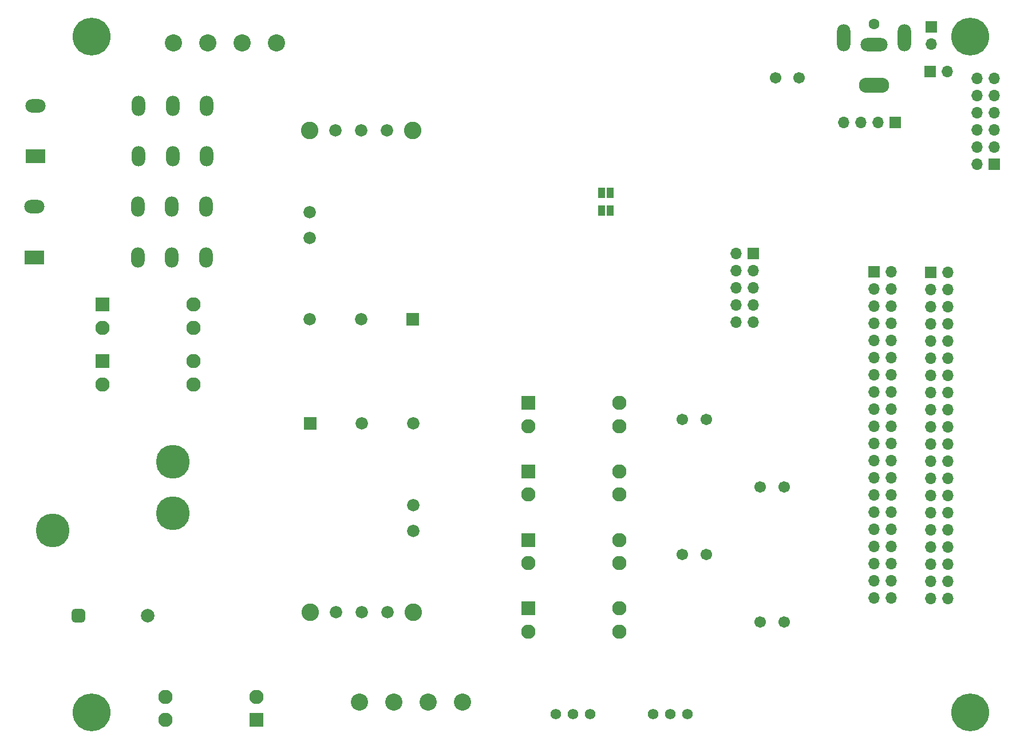
<source format=gbr>
%TF.GenerationSoftware,KiCad,Pcbnew,(6.0.10)*%
%TF.CreationDate,2023-02-22T22:59:34-05:00*%
%TF.ProjectId,System Management Board,53797374-656d-4204-9d61-6e6167656d65,rev?*%
%TF.SameCoordinates,Original*%
%TF.FileFunction,Soldermask,Bot*%
%TF.FilePolarity,Negative*%
%FSLAX46Y46*%
G04 Gerber Fmt 4.6, Leading zero omitted, Abs format (unit mm)*
G04 Created by KiCad (PCBNEW (6.0.10)) date 2023-02-22 22:59:34*
%MOMM*%
%LPD*%
G01*
G04 APERTURE LIST*
G04 Aperture macros list*
%AMRoundRect*
0 Rectangle with rounded corners*
0 $1 Rounding radius*
0 $2 $3 $4 $5 $6 $7 $8 $9 X,Y pos of 4 corners*
0 Add a 4 corners polygon primitive as box body*
4,1,4,$2,$3,$4,$5,$6,$7,$8,$9,$2,$3,0*
0 Add four circle primitives for the rounded corners*
1,1,$1+$1,$2,$3*
1,1,$1+$1,$4,$5*
1,1,$1+$1,$6,$7*
1,1,$1+$1,$8,$9*
0 Add four rect primitives between the rounded corners*
20,1,$1+$1,$2,$3,$4,$5,0*
20,1,$1+$1,$4,$5,$6,$7,0*
20,1,$1+$1,$6,$7,$8,$9,0*
20,1,$1+$1,$8,$9,$2,$3,0*%
G04 Aperture macros list end*
%ADD10C,1.701800*%
%ADD11R,2.108200X2.108200*%
%ADD12C,2.108200*%
%ADD13R,1.700000X1.700000*%
%ADD14O,1.700000X1.700000*%
%ADD15C,1.600000*%
%ADD16O,4.500000X2.250000*%
%ADD17O,4.000000X2.000000*%
%ADD18O,2.000000X4.000000*%
%ADD19C,5.000000*%
%ADD20RoundRect,0.500000X-0.500000X0.500000X-0.500000X-0.500000X0.500000X-0.500000X0.500000X0.500000X0*%
%ADD21C,2.000000*%
%ADD22O,2.000000X3.000000*%
%ADD23R,3.000000X2.000000*%
%ADD24O,3.000000X2.000000*%
%ADD25C,1.574800*%
%ADD26C,5.600000*%
%ADD27C,2.540000*%
%ADD28R,1.830000X1.830000*%
%ADD29C,1.830000*%
%ADD30C,2.590000*%
%ADD31R,1.000000X1.500000*%
G04 APERTURE END LIST*
D10*
%TO.C,J9*%
X185658698Y-117012299D03*
X189158701Y-117012299D03*
%TD*%
D11*
%TO.C,F9*%
X151395000Y-135000000D03*
D12*
X151395000Y-138403600D03*
X164857000Y-138403600D03*
X164857000Y-135000000D03*
%TD*%
D11*
%TO.C,F3*%
X88395000Y-98424999D03*
D12*
X88395000Y-101828599D03*
X101857000Y-101828599D03*
X101857000Y-98424999D03*
%TD*%
D13*
%TO.C,J11*%
X202468300Y-85196001D03*
D14*
X205008300Y-85196001D03*
X202468300Y-87736001D03*
X205008300Y-87736001D03*
X202468300Y-90276001D03*
X205008300Y-90276001D03*
X202468300Y-92816001D03*
X205008300Y-92816001D03*
X202468300Y-95356001D03*
X205008300Y-95356001D03*
X202468300Y-97896001D03*
X205008300Y-97896001D03*
X202468300Y-100436001D03*
X205008300Y-100436001D03*
X202468300Y-102976001D03*
X205008300Y-102976001D03*
X202468300Y-105516001D03*
X205008300Y-105516001D03*
X202468300Y-108056001D03*
X205008300Y-108056001D03*
X202468300Y-110596001D03*
X205008300Y-110596001D03*
X202468300Y-113136001D03*
X205008300Y-113136001D03*
X202468300Y-115676001D03*
X205008300Y-115676001D03*
X202468300Y-118216001D03*
X205008300Y-118216001D03*
X202468300Y-120756001D03*
X205008300Y-120756001D03*
X202468300Y-123296001D03*
X205008300Y-123296001D03*
X202468300Y-125836001D03*
X205008300Y-125836001D03*
X202468300Y-128376001D03*
X205008300Y-128376001D03*
X202468300Y-130916001D03*
X205008300Y-130916001D03*
X202468300Y-133456001D03*
X205008300Y-133456001D03*
%TD*%
D10*
%TO.C,J10*%
X187907998Y-56436000D03*
X191408001Y-56436000D03*
%TD*%
D11*
%TO.C,F8*%
X151395000Y-114730000D03*
D12*
X151395000Y-118133600D03*
X164857000Y-118133600D03*
X164857000Y-114730000D03*
%TD*%
D10*
%TO.C,J5*%
X174143498Y-107000799D03*
X177643501Y-107000799D03*
%TD*%
D13*
%TO.C,JP2*%
X210828900Y-55546800D03*
D14*
X213368900Y-55546800D03*
%TD*%
D15*
%TO.C,J4*%
X202496800Y-48542400D03*
D16*
X202496800Y-57542400D03*
D17*
X202496800Y-51542400D03*
D18*
X197996800Y-50542400D03*
X206996800Y-50542400D03*
%TD*%
D11*
%TO.C,F5*%
X151395000Y-124865000D03*
D12*
X151395000Y-128268600D03*
X164857000Y-128268600D03*
X164857000Y-124865000D03*
%TD*%
D13*
%TO.C,J7*%
X210886800Y-85221800D03*
D14*
X213426800Y-85221800D03*
X210886800Y-87761800D03*
X213426800Y-87761800D03*
X210886800Y-90301800D03*
X213426800Y-90301800D03*
X210886800Y-92841800D03*
X213426800Y-92841800D03*
X210886800Y-95381800D03*
X213426800Y-95381800D03*
X210886800Y-97921800D03*
X213426800Y-97921800D03*
X210886800Y-100461800D03*
X213426800Y-100461800D03*
X210886800Y-103001800D03*
X213426800Y-103001800D03*
X210886800Y-105541800D03*
X213426800Y-105541800D03*
X210886800Y-108081800D03*
X213426800Y-108081800D03*
X210886800Y-110621800D03*
X213426800Y-110621800D03*
X210886800Y-113161800D03*
X213426800Y-113161800D03*
X210886800Y-115701800D03*
X213426800Y-115701800D03*
X210886800Y-118241800D03*
X213426800Y-118241800D03*
X210886800Y-120781800D03*
X213426800Y-120781800D03*
X210886800Y-123321800D03*
X213426800Y-123321800D03*
X210886800Y-125861800D03*
X213426800Y-125861800D03*
X210886800Y-128401800D03*
X213426800Y-128401800D03*
X210886800Y-130941800D03*
X213426800Y-130941800D03*
X210886800Y-133481800D03*
X213426800Y-133481800D03*
%TD*%
D19*
%TO.C,K1*%
X81015000Y-123440000D03*
X98815000Y-113300000D03*
X98815000Y-120900000D03*
D20*
X84815000Y-136100000D03*
D21*
X95015000Y-136100000D03*
%TD*%
D22*
%TO.C,K3*%
X98735000Y-68105000D03*
X98735000Y-60605000D03*
X93695000Y-60605000D03*
X93695000Y-68105000D03*
X103775000Y-68105000D03*
X103775000Y-60605000D03*
D23*
X78435000Y-68105000D03*
D24*
X78435000Y-60605000D03*
%TD*%
D22*
%TO.C,K2*%
X98615000Y-75550000D03*
X98615000Y-83050000D03*
X93575000Y-83050000D03*
X93575000Y-75550000D03*
X103655000Y-83050000D03*
X103655000Y-75550000D03*
D23*
X78315000Y-83050000D03*
D24*
X78315000Y-75550000D03*
%TD*%
D11*
%TO.C,F4*%
X151395000Y-104595000D03*
D12*
X151395000Y-107998600D03*
X164857000Y-107998600D03*
X164857000Y-104595000D03*
%TD*%
D13*
%TO.C,JP1*%
X210918800Y-48942800D03*
D14*
X210918800Y-51482800D03*
%TD*%
D25*
%TO.C,U2*%
X174870000Y-150635000D03*
X172330000Y-150635000D03*
X169790000Y-150635000D03*
%TD*%
D10*
%TO.C,J3*%
X174143498Y-127023799D03*
X177643501Y-127023799D03*
%TD*%
D26*
%TO.C,H2*%
X216725000Y-50350000D03*
%TD*%
D25*
%TO.C,U3*%
X160470000Y-150635000D03*
X157930000Y-150635000D03*
X155390000Y-150635000D03*
%TD*%
D10*
%TO.C,J8*%
X185658698Y-137035301D03*
X189158701Y-137035301D03*
%TD*%
D27*
%TO.C,J1*%
X141595000Y-148875000D03*
X136515000Y-148875000D03*
X131435000Y-148875000D03*
X126355000Y-148875000D03*
%TD*%
D13*
%TO.C,J6*%
X220275800Y-69296000D03*
D14*
X217735800Y-69296000D03*
X220275800Y-66756000D03*
X217735800Y-66756000D03*
X220275800Y-64216000D03*
X217735800Y-64216000D03*
X220275800Y-61676000D03*
X217735800Y-61676000D03*
X220275800Y-59136000D03*
X217735800Y-59136000D03*
X220275800Y-56596000D03*
X217735800Y-56596000D03*
%TD*%
D26*
%TO.C,H4*%
X216725000Y-150350000D03*
%TD*%
%TO.C,H1*%
X86725000Y-50350000D03*
%TD*%
%TO.C,H3*%
X86725000Y-150350000D03*
%TD*%
D11*
%TO.C,F2*%
X88325000Y-90045000D03*
D12*
X88325000Y-93448600D03*
X101787000Y-93448600D03*
X101787000Y-90045000D03*
%TD*%
D13*
%TO.C,J13*%
X205613000Y-63119000D03*
D14*
X203073000Y-63119000D03*
X200533000Y-63119000D03*
X197993000Y-63119000D03*
%TD*%
D11*
%TO.C,F1*%
X111105000Y-151461667D03*
D12*
X111105000Y-148058067D03*
X97643000Y-148058067D03*
X97643000Y-151461667D03*
%TD*%
D13*
%TO.C,J12*%
X184609000Y-82501000D03*
D14*
X182069000Y-82501000D03*
X184609000Y-85041000D03*
X182069000Y-85041000D03*
X184609000Y-87581000D03*
X182069000Y-87581000D03*
X184609000Y-90121000D03*
X182069000Y-90121000D03*
X184609000Y-92661000D03*
X182069000Y-92661000D03*
%TD*%
D27*
%TO.C,J2*%
X114070000Y-51325000D03*
X108990000Y-51325000D03*
X103910000Y-51325000D03*
X98830000Y-51325000D03*
%TD*%
D28*
%TO.C,PS1*%
X134285000Y-92225000D03*
D29*
X126665000Y-92225000D03*
X119045000Y-92225000D03*
D30*
X119045000Y-64285000D03*
D29*
X122855000Y-64285000D03*
X126665000Y-64285000D03*
X130475000Y-64285000D03*
D30*
X134285000Y-64285000D03*
D29*
X119045000Y-80155000D03*
X119045000Y-76345000D03*
%TD*%
D31*
%TO.C,JP3*%
X163460000Y-73533000D03*
X162160000Y-73533000D03*
%TD*%
D28*
%TO.C,PS2*%
X119055000Y-107625000D03*
D29*
X126675000Y-107625000D03*
X134295000Y-107625000D03*
D30*
X134295000Y-135565000D03*
D29*
X130485000Y-135565000D03*
X126675000Y-135565000D03*
X122865000Y-135565000D03*
D30*
X119055000Y-135565000D03*
D29*
X134295000Y-119695000D03*
X134295000Y-123505000D03*
%TD*%
D31*
%TO.C,JP4*%
X163460000Y-76097000D03*
X162160000Y-76097000D03*
%TD*%
M02*

</source>
